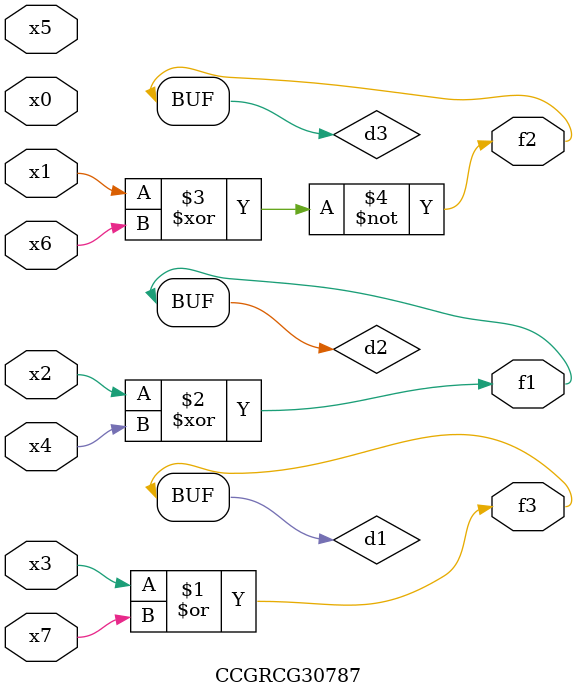
<source format=v>
module CCGRCG30787(
	input x0, x1, x2, x3, x4, x5, x6, x7,
	output f1, f2, f3
);

	wire d1, d2, d3;

	or (d1, x3, x7);
	xor (d2, x2, x4);
	xnor (d3, x1, x6);
	assign f1 = d2;
	assign f2 = d3;
	assign f3 = d1;
endmodule

</source>
